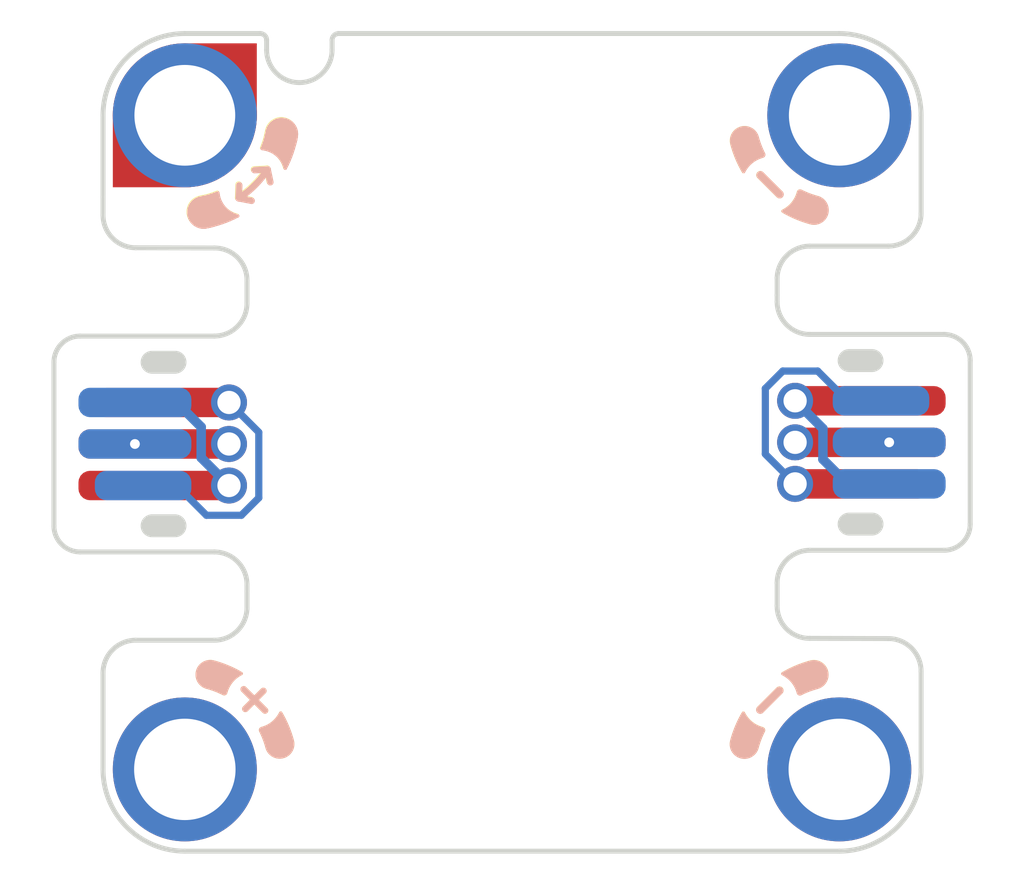
<source format=kicad_pcb>
(kicad_pcb (version 20211014) (generator pcbnew)
  (title_block (title "Jacdac EC30 20x20mm template") (date "2022-09-29") (rev "0.1") (comment 1 "Conforms with: \"EC\" template: 20x20mm MH, 1 + 1 conns v1.0") (comment 2 "Licence: Attribution 4.0 International (CC BY 4.0)") (comment 3 "Matthew Oppenheim"))
  (layers (0 "F.Cu" signal) (31 "B.Cu" signal) (34 "B.Paste" user) (35 "F.Paste" user) (36 "B.SilkS" user "B.Silkscreen") (37 "F.SilkS" user "F.Silkscreen") (38 "B.Mask" user) (39 "F.Mask" user) (44 "Edge.Cuts" user))
  (net 0 "")
  (footprint "Jacdac:jacdac_hole_GND_MH4" (layer "F.Cu") (at 165 110)
    (fp_text reference "MH4" hide)
    (fp_text value "jacdac_hole_GND_MH4" hide)
    (pad "MH4" thru_hole circle locked (at 0 0 90) (size 4.4 4.4) (drill 3.1) (layers *.Cu *.Mask))
  )
  (footprint "Jacdac:jacdac_hole_GND_MH2" (layer "F.Cu") (at 165 90 180)
    (fp_text reference "MH2" hide)
    (fp_text value "jacdac_hole_GND_MH2" hide)
    (pad "MH2" thru_hole circle locked (at 0 0 180) (size 4.4 4.4) (drill 3.08) (layers *.Cu *.Mask))
  )
  (footprint "Jacdac:jacdac_hole_PWR_MH3" (layer "F.Cu") (at 145 110 90)
    (fp_text reference "MH3" hide)
    (fp_text value "jacdac_hole_PWR_MH3" hide)
    (pad "MH3" thru_hole circle locked (at 0 0 180) (size 4.4 4.4) (drill 3.1) (layers *.Cu *.Mask))
  )
  (footprint "Jacdac:JD-PEC-02_Prerouted_recessed" (layer "F.Cu") (at 145 100.05 90)
    (fp_text reference "J1")
    (fp_text value "Conn_Jacdac_CardEdge" hide)
    (fp_line (start -3.300852 -3.2) (end -3.300852 0.902) (layer "Edge.Cuts") (width 0.15))
    (fp_line (start -5.031284 1.9) (end -4.5 1.9) (layer "Edge.Cuts") (width 0.15))
    (fp_line (start 6 -1.5) (end 5.992893 0.9) (layer "Edge.Cuts") (width 0.15))
    (fp_line (start 2.499148 -4) (end -2.500852 -4) (layer "Edge.Cuts") (width 0.15))
    (fp_line (start 4.297807 1.9) (end 4.992893 1.9) (layer "Edge.Cuts") (width 0.15))
    (fp_line (start -4.297807 1.9) (end -4.5 1.9) (layer "Edge.Cuts") (width 0.15))
    (fp_line (start 3.299148 -3.2) (end 3.299148 0.9) (layer "Edge.Cuts") (width 0.15))
    (fp_line (start -6 -1.5) (end -6 0.9) (layer "Edge.Cuts") (width 0.15))
    (fp_arc (start -3.300852 0.902) (mid -3.592971 1.607142) (end -4.297807 1.9) (layer "Edge.Cuts") (width 0.15))
    (fp_arc (start 6 -1.5) (mid 6.292893 -2.207107) (end 7 -2.5) (layer "Edge.Cuts") (width 0.15))
    (fp_arc (start -3.300852 -3.2) (mid -3.066589 -3.765986) (end -2.500853 -4.000852) (layer "Edge.Cuts") (width 0.15))
    (fp_arc (start 2.499148 -4) (mid 3.065384 -3.765987) (end 3.3 -3.2) (layer "Edge.Cuts") (width 0.15))
    (fp_arc (start -5.031284 1.9) (mid -5.718428 1.596304) (end -6.000489 0.9) (layer "Edge.Cuts") (width 0.15))
    (fp_arc (start 4.297807 1.9) (mid 3.592117 1.606333) (end 3.299998 0.9) (layer "Edge.Cuts") (width 0.15))
    (fp_arc (start -7 -2.5) (mid -6.292893 -2.207107) (end -6 -1.5) (layer "Edge.Cuts") (width 0.15))
    (fp_arc (start 5.992893 0.9) (mid 5.703928 1.611033) (end 4.992893 1.9) (layer "Edge.Cuts") (width 0.15))
    (fp_poly (pts (arc (start -2.150853 -1.000001) (mid -2.500852 -1.35) (end -2.850851 -1.000001)) (arc (start -2.850851 -0.300002) (mid -2.500852 0.049997) (end -2.150853 -0.300002))) (layer "Edge.Cuts") (width 0) (fill solid))
    (fp_poly (pts (arc (start 2.849147 -1.000001) (mid 2.499148 -1.35) (end 2.149149 -1.000001)) (arc (start 2.149149 -0.300002) (mid 2.499148 0.049997) (end 2.849147 -0.300002))) (layer "Edge.Cuts") (width 0) (fill solid))
    (pad "1" thru_hole circle (at 1.27 1.35 90) (size 1.1 1.1) (drill 0.71) (layers *.Cu *.Mask))
    (pad "1" smd roundrect (at 1.27 -0.475 90) (size 0.9 4.55) (layers "F.Cu" "F.Mask") (roundrect_rratio 0.389))
    (pad "1" smd oval (at -1.725 0.205 135) (size 1.506934 0.22) (layers "B.Cu"))
    (pad "1" smd oval (at -1.9135 1.9935 45) (size 0.973776 0.22) (layers "B.Cu"))
    (pad "1" smd oval (at -0.651 2.26 90) (size 2.212 0.22) (layers "B.Cu"))
    (pad "1" smd oval (at -2.18 1.1935 180) (size 1.287 0.22) (layers "B.Cu"))
    (pad "1" smd oval (at 0.815 1.805 135) (size 1.507 0.22) (layers "B.Cu"))
    (pad "1" smd roundrect (at -1.27 -1.275 90) (size 0.9 2.95) (layers "B.Cu" "B.Mask") (roundrect_rratio 0.389))
    (pad "2" thru_hole circle (at 0 1.35 90) (size 1.1 1.1) (drill 0.71) (layers *.Cu *.Mask))
    (pad "2" smd roundrect (at 0 -1.525 90) (size 0.9 3.45) (layers "B.Cu" "B.Mask") (roundrect_rratio 0.389))
    (pad "2" thru_hole circle (at 0 -1.525 90) (size 0.6 0.6) (drill 0.3) (layers *.Cu *.Mask))
    (pad "2" smd roundrect (at 0 -0.725 90) (size 0.9 5.05) (layers "F.Cu" "F.Mask") (roundrect_rratio 0.389))
    (pad "3" thru_hole circle (at -1.27 1.35 90) (size 1.1 1.1) (drill 0.71) (layers *.Cu *.Mask))
    (pad "3" smd oval (at 0.895 0.125 135) (size 1.351 0.29) (layers "B.Cu"))
    (pad "3" smd oval (at -0.845 0.925 135) (size 1.492 0.29) (layers "B.Cu"))
    (pad "3" smd roundrect (at -1.27 -0.725 90) (size 0.9 5.05) (layers "F.Cu" "F.Mask") (roundrect_rratio 0.389))
    (pad "3" smd oval (at 0.05 0.5 90) (size 1.23 0.29) (layers "B.Cu"))
    (pad "3" smd roundrect (at 1.27 -1.525 90) (size 0.9 3.45) (layers "B.Cu" "B.Mask") (roundrect_rratio 0.389))
  )
  (footprint "Jacdac:JD-PEC-02_Prerouted_recessed" (layer "F.Cu") (at 165 100 -90)
    (fp_text reference "EC1")
    (fp_text value "Conn_Jacdac_CardEdge" hide)
    (fp_line (start 3.299148 -3.2) (end 3.299148 0.9) (layer "Edge.Cuts") (width 0.15))
    (fp_line (start -3.300852 -3.2) (end -3.300852 0.902) (layer "Edge.Cuts") (width 0.15))
    (fp_line (start -5.031284 1.9) (end -4.5 1.9) (layer "Edge.Cuts") (width 0.15))
    (fp_line (start -6 -1.5) (end -6 0.9) (layer "Edge.Cuts") (width 0.15))
    (fp_line (start 2.499148 -4) (end -2.500852 -4) (layer "Edge.Cuts") (width 0.15))
    (fp_line (start -4.297807 1.9) (end -4.5 1.9) (layer "Edge.Cuts") (width 0.15))
    (fp_line (start 6 -1.5) (end 5.992893 0.9) (layer "Edge.Cuts") (width 0.15))
    (fp_line (start 4.297807 1.9) (end 4.992893 1.9) (layer "Edge.Cuts") (width 0.15))
    (fp_arc (start -7 -2.5) (mid -6.292893 -2.207107) (end -6 -1.5) (layer "Edge.Cuts") (width 0.15))
    (fp_arc (start 2.499148 -4) (mid 3.065384 -3.765987) (end 3.3 -3.2) (layer "Edge.Cuts") (width 0.15))
    (fp_arc (start 4.297807 1.9) (mid 3.592117 1.606333) (end 3.299998 0.9) (layer "Edge.Cuts") (width 0.15))
    (fp_arc (start 5.992893 0.9) (mid 5.703928 1.611033) (end 4.992893 1.9) (layer "Edge.Cuts") (width 0.15))
    (fp_arc (start -5.031284 1.9) (mid -5.718428 1.596304) (end -6.000489 0.9) (layer "Edge.Cuts") (width 0.15))
    (fp_arc (start 6 -1.5) (mid 6.292893 -2.207107) (end 7 -2.5) (layer "Edge.Cuts") (width 0.15))
    (fp_arc (start -3.300852 0.902) (mid -3.592971 1.607142) (end -4.297807 1.9) (layer "Edge.Cuts") (width 0.15))
    (fp_arc (start -3.300852 -3.2) (mid -3.066589 -3.765986) (end -2.500853 -4.000852) (layer "Edge.Cuts") (width 0.15))
    (fp_poly (pts (arc (start 2.849147 -1.000001) (mid 2.499148 -1.35) (end 2.149149 -1.000001)) (arc (start 2.149149 -0.300002) (mid 2.499148 0.049997) (end 2.849147 -0.300002))) (layer "Edge.Cuts") (width 0) (fill solid))
    (fp_poly (pts (arc (start -2.150853 -1.000001) (mid -2.500852 -1.35) (end -2.850851 -1.000001)) (arc (start -2.850851 -0.300002) (mid -2.500852 0.049997) (end -2.150853 -0.300002))) (layer "Edge.Cuts") (width 0) (fill solid))
    (pad "1" smd oval (at -0.651 2.26 270) (size 2.212 0.22) (layers "B.Cu"))
    (pad "1" smd oval (at -1.9135 1.9935 225) (size 0.973776 0.22) (layers "B.Cu"))
    (pad "1" thru_hole circle (at 1.27 1.35 270) (size 1.1 1.1) (drill 0.71) (layers *.Cu *.Mask))
    (pad "1" smd roundrect (at 1.27 -0.475 270) (size 0.9 4.55) (layers "F.Cu" "F.Mask") (roundrect_rratio 0.389))
    (pad "1" smd oval (at -1.725 0.205 315) (size 1.506934 0.22) (layers "B.Cu"))
    (pad "1" smd oval (at -2.18 1.1935) (size 1.287 0.22) (layers "B.Cu"))
    (pad "1" smd roundrect (at -1.27 -1.275 270) (size 0.9 2.95) (layers "B.Cu" "B.Mask") (roundrect_rratio 0.389))
    (pad "1" smd oval (at 0.815 1.805 315) (size 1.507 0.22) (layers "B.Cu"))
    (pad "2" smd roundrect (at 0 -0.725 270) (size 0.9 5.05) (layers "F.Cu" "F.Mask") (roundrect_rratio 0.389))
    (pad "2" thru_hole circle (at 0 1.35 270) (size 1.1 1.1) (drill 0.71) (layers *.Cu *.Mask))
    (pad "2" thru_hole circle (at 0 -1.525 270) (size 0.6 0.6) (drill 0.3) (layers *.Cu *.Mask))
    (pad "2" smd roundrect (at 0 -1.525 270) (size 0.9 3.45) (layers "B.Cu" "B.Mask") (roundrect_rratio 0.389))
    (pad "3" smd roundrect (at -1.27 -0.725 270) (size 0.9 5.05) (layers "F.Cu" "F.Mask") (roundrect_rratio 0.389))
    (pad "3" smd oval (at 0.895 0.125 315) (size 1.351 0.29) (layers "B.Cu"))
    (pad "3" thru_hole circle (at -1.27 1.35 270) (size 1.1 1.1) (drill 0.71) (layers *.Cu *.Mask))
    (pad "3" smd oval (at -0.845 0.925 315) (size 1.492 0.29) (layers "B.Cu"))
    (pad "3" smd oval (at 0.05 0.5 270) (size 1.23 0.29) (layers "B.Cu"))
    (pad "3" smd roundrect (at 1.27 -1.525 270) (size 0.9 3.45) (layers "B.Cu" "B.Mask") (roundrect_rratio 0.389))
  )
  (footprint "Jacdac:jacdac_hole_DATA_notched_MH1" (layer "F.Cu") (at 145 90 90)
    (fp_text reference "MH1" hide)
    (fp_text value "jacdac_hole_DATA_MH1" hide)
    (fp_line (start 2.5 0) (end 2.5 2.299998) (layer "Edge.Cuts") (width 0.15))
    (fp_line (start 2 2.5) (end 2.3 2.499998) (layer "Edge.Cuts") (width 0.15))
    (fp_line (start 2 4.5) (end 2.3 4.5) (layer "Edge.Cuts") (width 0.15))
    (fp_line (start 0 -2.5) (end -2.5 -2.5) (layer "Edge.Cuts") (width 0.15))
    (fp_arc (start 2.3 4.5) (mid 2.441421 4.558579) (end 2.5 4.7) (layer "Edge.Cuts") (width 0.15))
    (fp_arc (start 0 -2.5) (mid 1.767767 -1.767767) (end 2.5 0) (layer "Edge.Cuts") (width 0.15))
    (fp_arc (start 2.5 2.299998) (mid 2.441422 2.441421) (end 2.3 2.5) (layer "Edge.Cuts") (width 0.15))
    (fp_arc (start 2 4.5) (mid 1 3.5) (end 2 2.5) (layer "Edge.Cuts") (width 0.15))
    (pad "MH1" thru_hole circle (at 0 0 135) (size 4.4 4.4) (drill 3.08) (property pad_prop_fiducial_loc) (layers *.Cu *.Mask))
    (pad "MH1" smd custom (at 0 0 135) (size 1 1) (property pad_prop_fiducial_loc) (layers "F.Cu" "F.Mask") (options (clearance outline) (anchor circle)) (primitives (gr_poly (pts (xy 0 -3.11127) (xy -1.555635 -1.555635) (xy -1.655822 -1.452117) (xy -1.831195 -1.223566) (xy -1.975237 -0.974079) (xy -2.085481 -0.707925) (xy -2.160042 -0.429659) (xy -2.197645 -0.144041) (xy -2.197645 0.144041) (xy -2.160042 0.429659) (xy -2.085481 0.707925) (xy -1.975237 0.974079) (xy -1.831195 1.223566) (xy -1.655822 1.452117) (xy -1.555635 1.555635) (xy 0 3.11127) (xy 1.555635 1.555635) (xy 1.655822 1.452117) (xy 1.831195 1.223566) (xy 1.975237 0.974079) (xy 2.085481 0.707925) (xy 2.160042 0.429659) (xy 2.197645 0.144041) (xy 2.197645 -0.144041) (xy 2.160042 -0.429659) (xy 2.085481 -0.707925) (xy 1.975237 -0.974079) (xy 1.831195 -1.223566) (xy 1.655822 -1.452117) (xy 1.555635 -1.555635)) (width 0) (fill yes))))
  )
  (gr_line (start 145 112.5) (end 165 112.5) (layer "Edge.Cuts") (width 0.15))
  (gr_line (start 149.7 87.5) (end 165 87.5) (layer "Edge.Cuts") (width 0.15))
  (gr_line (start 167.5 107) (end 167.5 110) (layer "Edge.Cuts") (width 0.15))
  (gr_line (start 167.5 90) (end 167.5 93) (layer "Edge.Cuts") (width 0.15))
  (gr_arc (start 145 112.5) (mid 143.232233 111.767767) (end 142.5 110) (layer "Edge.Cuts") (width 0.15))
  (gr_arc (start 167.5 110) (mid 166.767767 111.767767) (end 165 112.5) (layer "Edge.Cuts") (width 0.15))
  (gr_line (start 142.5 92.5) (end 142.5 93.05) (layer "Edge.Cuts") (width 0.15))
  (gr_line (start 142.5 107.05) (end 142.5 110) (layer "Edge.Cuts") (width 0.15))
  (gr_arc (start 165 87.5) (mid 166.767767 88.232233) (end 167.5 90) (layer "Edge.Cuts") (width 0.15))
)
</source>
